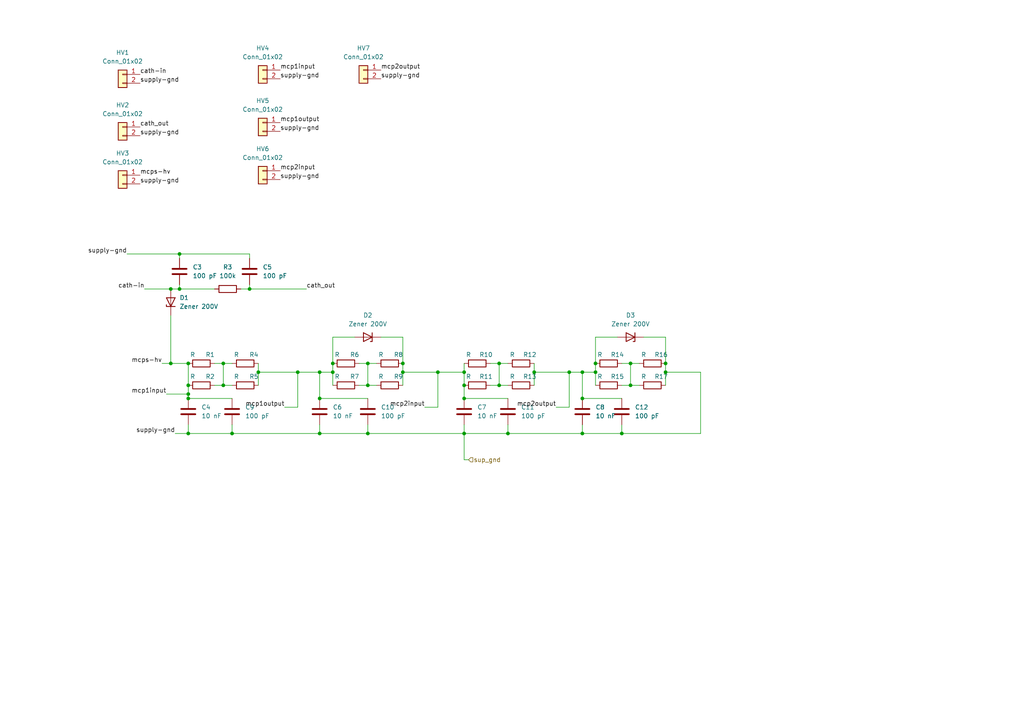
<source format=kicad_sch>
(kicad_sch (version 20211123) (generator eeschema)
  (paper "A4")
  (lib_symbols
    (symbol "Connector_Generic:Conn_01x02" (pin_names (offset 1.016) hide)
      (property "Reference" "J" (at 0 2.54 0))
      (property "Value" "Conn_01x02" (at 0 -5.08 0))
      (symbol "Conn_01x02_1_1"
        (rectangle (start -1.27 -2.413) (end 0 -2.667) (stroke (width 0.1524)))
        (rectangle (start -1.27 0.127) (end 0 -0.127) (stroke (width 0.1524)))
        (rectangle (start -1.27 1.27) (end 1.27 -3.81) (stroke (width 0.254)) (fill (type background)))
        (pin passive line (at -5.08 0 0) (length 3.81) (name "Pin_1") (number "1"))
        (pin passive line (at -5.08 -2.54 0) (length 3.81) (name "Pin_2") (number "2"))
      )
    )
    (symbol "Device:C" (pin_numbers hide) (pin_names (offset 0.254))
      (property "Reference" "C" (at 0.635 2.54 0))
      (property "Value" "C" (at 0.635 -2.54 0))
      (symbol "C_0_1"
        (polyline (pts (xy -2.032 -0.762) (xy 2.032 -0.762)) (stroke (width 0.508)))
        (polyline (pts (xy -2.032 0.762) (xy 2.032 0.762)) (stroke (width 0.508)))
      )
      (symbol "C_1_1"
        (pin passive line (at 0 3.81 270) (length 2.794) (name "~") (number "1"))
        (pin passive line (at 0 -3.81 90) (length 2.794) (name "~") (number "2"))
      )
    )
    (symbol "Device:D_Zener" (pin_numbers hide) (pin_names (offset 1.016) hide)
      (property "Reference" "D" (at 0 2.54 0))
      (property "Value" "D_Zener" (at 0 -2.54 0))
      (symbol "D_Zener_0_1"
        (polyline (pts (xy 1.27 0) (xy -1.27 0)))
        (polyline (pts (xy -1.27 -1.27) (xy -1.27 1.27) (xy -0.762 1.27)) (stroke (width 0.254)))
        (polyline (pts (xy 1.27 -1.27) (xy 1.27 1.27) (xy -1.27 0) (xy 1.27 -1.27)) (stroke (width 0.254)))
      )
      (symbol "D_Zener_1_1"
        (pin passive line (at -3.81 0 0) (length 2.54) (name "K") (number "1"))
        (pin passive line (at 3.81 0 180) (length 2.54) (name "A") (number "2"))
      )
    )
    (symbol "Device:R" (pin_numbers hide) (pin_names (offset 0))
      (property "Reference" "R" (at 2.032 0 90))
      (property "Value" "R" (at 0 0 90))
      (symbol "R_0_1"
        (rectangle (start -1.016 -2.54) (end 1.016 2.54) (stroke (width 0.254)))
      )
      (symbol "R_1_1"
        (pin passive line (at 0 3.81 270) (length 1.27) (name "~") (number "1"))
        (pin passive line (at 0 -3.81 90) (length 1.27) (name "~") (number "2"))
      )
    )
  )
  (junction (at 180.34 125.73))
  (junction (at 72.39 83.82))
  (junction (at 168.91 125.73))
  (junction (at 92.71 115.57))
  (junction (at 134.62 115.57))
  (junction (at 144.78 111.76))
  (junction (at 193.04 105.41))
  (junction (at 67.31 125.73))
  (junction (at 52.07 73.66))
  (junction (at 144.78 105.41))
  (junction (at 49.53 105.41))
  (junction (at 165.1 107.95))
  (junction (at 74.93 107.95))
  (junction (at 54.61 115.57))
  (junction (at 54.61 105.41))
  (junction (at 154.94 107.95))
  (junction (at 106.68 105.41))
  (junction (at 64.77 105.41))
  (junction (at 147.32 125.73))
  (junction (at 92.71 107.95))
  (junction (at 106.68 125.73))
  (junction (at 134.62 111.76))
  (junction (at 134.62 125.73))
  (junction (at 49.53 83.82))
  (junction (at 116.84 107.95))
  (junction (at 182.88 105.41))
  (junction (at 168.91 115.57))
  (junction (at 193.04 107.95))
  (junction (at 96.52 105.41))
  (junction (at 86.36 107.95))
  (junction (at 134.62 107.95))
  (junction (at 96.52 107.95))
  (junction (at 54.61 111.76))
  (junction (at 54.61 114.3))
  (junction (at 172.72 107.95))
  (junction (at 92.71 125.73))
  (junction (at 127 107.95))
  (junction (at 106.68 111.76))
  (junction (at 182.88 111.76))
  (junction (at 172.72 105.41))
  (junction (at 64.77 111.76))
  (junction (at 54.61 125.73))
  (junction (at 116.84 105.41))
  (junction (at 52.07 83.82))
  (junction (at 168.91 107.95))
  (wire (pts (xy 154.94 107.95) (xy 165.1 107.95)))
  (wire (pts (xy 74.93 107.95) (xy 74.93 111.76)))
  (wire (pts (xy 186.69 97.79) (xy 193.04 97.79)))
  (wire (pts (xy 193.04 107.95) (xy 193.04 111.76)))
  (wire (pts (xy 144.78 111.76) (xy 147.32 111.76)))
  (wire (pts (xy 134.62 125.73) (xy 134.62 133.35)))
  (wire (pts (xy 64.77 105.41) (xy 67.31 105.41)))
  (wire (pts (xy 106.68 123.19) (xy 106.68 125.73)))
  (wire (pts (xy 106.68 105.41) (xy 106.68 111.76)))
  (wire (pts (xy 41.91 83.82) (xy 49.53 83.82)))
  (wire (pts (xy 62.23 105.41) (xy 64.77 105.41)))
  (wire (pts (xy 50.8 125.73) (xy 54.61 125.73)))
  (wire (pts (xy 182.88 105.41) (xy 185.42 105.41)))
  (wire (pts (xy 144.78 105.41) (xy 147.32 105.41)))
  (wire (pts (xy 116.84 97.79) (xy 116.84 105.41)))
  (wire (pts (xy 147.32 125.73) (xy 134.62 125.73)))
  (wire (pts (xy 96.52 105.41) (xy 96.52 97.79)))
  (wire (pts (xy 142.24 105.41) (xy 144.78 105.41)))
  (wire (pts (xy 116.84 107.95) (xy 127 107.95)))
  (wire (pts (xy 64.77 111.76) (xy 67.31 111.76)))
  (wire (pts (xy 134.62 111.76) (xy 134.62 115.57)))
  (wire (pts (xy 180.34 105.41) (xy 182.88 105.41)))
  (wire (pts (xy 172.72 107.95) (xy 172.72 111.76)))
  (wire (pts (xy 54.61 125.73) (xy 54.61 123.19)))
  (wire (pts (xy 134.62 125.73) (xy 134.62 123.19)))
  (wire (pts (xy 193.04 97.79) (xy 193.04 105.41)))
  (wire (pts (xy 96.52 97.79) (xy 102.87 97.79)))
  (wire (pts (xy 52.07 83.82) (xy 62.23 83.82)))
  (wire (pts (xy 172.72 105.41) (xy 172.72 107.95)))
  (wire (pts (xy 168.91 123.19) (xy 168.91 125.73)))
  (wire (pts (xy 54.61 114.3) (xy 54.61 115.57)))
  (wire (pts (xy 172.72 97.79) (xy 179.07 97.79)))
  (wire (pts (xy 54.61 111.76) (xy 54.61 114.3)))
  (wire (pts (xy 46.99 105.41) (xy 49.53 105.41)))
  (wire (pts (xy 182.88 111.76) (xy 185.42 111.76)))
  (wire (pts (xy 180.34 125.73) (xy 168.91 125.73)))
  (wire (pts (xy 116.84 107.95) (xy 116.84 111.76)))
  (wire (pts (xy 104.14 105.41) (xy 106.68 105.41)))
  (wire (pts (xy 69.85 83.82) (xy 72.39 83.82)))
  (wire (pts (xy 182.88 105.41) (xy 182.88 111.76)))
  (wire (pts (xy 180.34 123.19) (xy 180.34 125.73)))
  (wire (pts (xy 180.34 111.76) (xy 182.88 111.76)))
  (wire (pts (xy 172.72 105.41) (xy 172.72 97.79)))
  (wire (pts (xy 106.68 125.73) (xy 134.62 125.73)))
  (wire (pts (xy 49.53 83.82) (xy 52.07 83.82)))
  (wire (pts (xy 74.93 105.41) (xy 74.93 107.95)))
  (wire (pts (xy 72.39 73.66) (xy 52.07 73.66)))
  (wire (pts (xy 54.61 105.41) (xy 54.61 111.76)))
  (wire (pts (xy 96.52 105.41) (xy 96.52 107.95)))
  (wire (pts (xy 92.71 115.57) (xy 106.68 115.57)))
  (wire (pts (xy 134.62 133.35) (xy 135.89 133.35)))
  (wire (pts (xy 168.91 125.73) (xy 147.32 125.73)))
  (wire (pts (xy 72.39 83.82) (xy 88.9 83.82)))
  (wire (pts (xy 96.52 107.95) (xy 96.52 111.76)))
  (wire (pts (xy 54.61 125.73) (xy 67.31 125.73)))
  (wire (pts (xy 203.2 107.95) (xy 203.2 125.73)))
  (wire (pts (xy 49.53 105.41) (xy 54.61 105.41)))
  (wire (pts (xy 147.32 123.19) (xy 147.32 125.73)))
  (wire (pts (xy 72.39 74.93) (xy 72.39 73.66)))
  (wire (pts (xy 62.23 111.76) (xy 64.77 111.76)))
  (wire (pts (xy 134.62 115.57) (xy 147.32 115.57)))
  (wire (pts (xy 54.61 115.57) (xy 67.31 115.57)))
  (wire (pts (xy 36.83 73.66) (xy 52.07 73.66)))
  (wire (pts (xy 92.71 107.95) (xy 96.52 107.95)))
  (wire (pts (xy 86.36 107.95) (xy 92.71 107.95)))
  (wire (pts (xy 67.31 125.73) (xy 92.71 125.73)))
  (wire (pts (xy 127 107.95) (xy 127 118.11)))
  (wire (pts (xy 64.77 105.41) (xy 64.77 111.76)))
  (wire (pts (xy 72.39 82.55) (xy 72.39 83.82)))
  (wire (pts (xy 168.91 107.95) (xy 172.72 107.95)))
  (wire (pts (xy 127 107.95) (xy 134.62 107.95)))
  (wire (pts (xy 104.14 111.76) (xy 106.68 111.76)))
  (wire (pts (xy 123.19 118.11) (xy 127 118.11)))
  (wire (pts (xy 116.84 105.41) (xy 116.84 107.95)))
  (wire (pts (xy 165.1 118.11) (xy 165.1 107.95)))
  (wire (pts (xy 154.94 105.41) (xy 154.94 107.95)))
  (wire (pts (xy 165.1 107.95) (xy 168.91 107.95)))
  (wire (pts (xy 154.94 107.95) (xy 154.94 111.76)))
  (wire (pts (xy 106.68 105.41) (xy 109.22 105.41)))
  (wire (pts (xy 168.91 115.57) (xy 168.91 107.95)))
  (wire (pts (xy 142.24 111.76) (xy 144.78 111.76)))
  (wire (pts (xy 48.26 114.3) (xy 54.61 114.3)))
  (wire (pts (xy 144.78 105.41) (xy 144.78 111.76)))
  (wire (pts (xy 106.68 111.76) (xy 109.22 111.76)))
  (wire (pts (xy 67.31 123.19) (xy 67.31 125.73)))
  (wire (pts (xy 82.55 118.11) (xy 86.36 118.11)))
  (wire (pts (xy 134.62 107.95) (xy 134.62 111.76)))
  (wire (pts (xy 110.49 97.79) (xy 116.84 97.79)))
  (wire (pts (xy 74.93 107.95) (xy 86.36 107.95)))
  (wire (pts (xy 92.71 123.19) (xy 92.71 125.73)))
  (wire (pts (xy 52.07 82.55) (xy 52.07 83.82)))
  (wire (pts (xy 86.36 107.95) (xy 86.36 118.11)))
  (wire (pts (xy 168.91 115.57) (xy 180.34 115.57)))
  (wire (pts (xy 92.71 107.95) (xy 92.71 115.57)))
  (wire (pts (xy 49.53 91.44) (xy 49.53 105.41)))
  (wire (pts (xy 203.2 125.73) (xy 180.34 125.73)))
  (wire (pts (xy 193.04 107.95) (xy 203.2 107.95)))
  (wire (pts (xy 92.71 125.73) (xy 106.68 125.73)))
  (wire (pts (xy 52.07 74.93) (xy 52.07 73.66)))
  (wire (pts (xy 134.62 105.41) (xy 134.62 107.95)))
  (wire (pts (xy 193.04 105.41) (xy 193.04 107.95)))
  (wire (pts (xy 161.29 118.11) (xy 165.1 118.11)))
  (label "supply-gnd" (at 110.49 22.86 0))
  (label "mcps-hv" (at 46.99 105.41 180))
  (label "cath-in" (at 40.64 21.59 0))
  (label "mcps-hv" (at 40.64 50.8 0))
  (label "supply-gnd" (at 40.64 24.13 0))
  (label "supply-gnd" (at 40.64 53.34 0))
  (label "supply-gnd" (at 81.28 38.1 0))
  (label "mcp2input" (at 123.19 118.11 180))
  (label "cath-in" (at 41.91 83.82 180))
  (label "mcp1output" (at 81.28 35.56 0))
  (label "cath_out" (at 40.64 36.83 0))
  (label "supply-gnd" (at 50.8 125.73 180))
  (label "supply-gnd" (at 36.83 73.66 180))
  (label "mcp2input" (at 81.28 49.53 0))
  (label "cath_out" (at 88.9 83.82 0))
  (label "supply-gnd" (at 40.64 39.37 0))
  (label "supply-gnd" (at 81.28 52.07 0))
  (label "supply-gnd" (at 81.28 22.86 0))
  (label "mcp2output" (at 161.29 118.11 180))
  (label "mcp1input" (at 81.28 20.32 0))
  (label "mcp2output" (at 110.49 20.32 0))
  (label "mcp1input" (at 48.26 114.3 180))
  (label "mcp1output" (at 82.55 118.11 180))
  (hierarchical_label "sup_gnd" (shape input) (at 135.89 133.35 0))
  (symbol (lib_id "Device:C") (at 54.61 119.38 180) (unit 1)
    (property "Reference" "C4" (at 58.42 118.1099 0) (effects (justify right)))
    (property "Value" "10 nF" (at 58.42 120.6499 0) (effects (justify right)))
    (property "Footprint" "Capacitor_SMD:C_2220_5650Metric_Pad1.97x5.40mm_HandSolder" (effects hide))
  )
  (symbol (lib_id "Connector_Generic:Conn_01x02") (at 76.2 49.53 0) (mirror y) (unit 1)
    (property "Reference" "HV6" (at 76.2 43.18 0))
    (property "Value" "Conn_01x02" (at 76.2 45.72 0))
    (property "Footprint" "stripline-anode-footprints:SHV_cable_interface" (effects hide))
  )
  (symbol (lib_id "Connector_Generic:Conn_01x02") (at 35.56 50.8 0) (mirror y) (unit 1)
    (property "Reference" "HV3" (at 35.56 44.45 0))
    (property "Value" "Conn_01x02" (at 35.56 46.99 0))
    (property "Footprint" "stripline-anode-footprints:SHV_cable_interface" (effects hide))
  )
  (symbol (lib_id "Device:D_Zener") (at 49.53 87.63 90) (unit 1)
    (property "Reference" "D1" (at 52.07 86.3599 90) (effects (justify right)))
    (property "Value" "Zener 200V" (at 52.07 88.8999 90) (effects (justify right)))
    (property "Footprint" "Diode_SMD:D_SOD-123" (effects hide))
  )
  (symbol (lib_id "Device:R") (at 189.23 111.76 90) (unit 1)
    (property "Reference" "R17" (at 191.77 109.22 90))
    (property "Value" "R" (at 186.69 109.22 90))
    (property "Footprint" "Resistor_SMD:R_2512_6332Metric_Pad1.40x3.35mm_HandSolder" (effects hide))
  )
  (symbol (lib_id "Connector_Generic:Conn_01x02") (at 76.2 35.56 0) (mirror y) (unit 1)
    (property "Reference" "HV5" (at 76.2 29.21 0))
    (property "Value" "Conn_01x02" (at 76.2 31.75 0))
    (property "Footprint" "stripline-anode-footprints:SHV_cable_interface" (effects hide))
  )
  (symbol (lib_id "Device:R") (at 58.42 111.76 90) (unit 1)
    (property "Reference" "R2" (at 60.96 109.22 90))
    (property "Value" "R" (at 55.88 109.22 90))
    (property "Footprint" "Resistor_SMD:R_2512_6332Metric_Pad1.40x3.35mm_HandSolder" (effects hide))
  )
  (symbol (lib_id "Connector_Generic:Conn_01x02") (at 76.2 20.32 0) (mirror y) (unit 1)
    (property "Reference" "HV4" (at 76.2 13.97 0))
    (property "Value" "Conn_01x02" (at 76.2 16.51 0))
    (property "Footprint" "stripline-anode-footprints:SHV_cable_interface" (effects hide))
  )
  (symbol (lib_id "Device:R") (at 189.23 105.41 90) (unit 1)
    (property "Reference" "R16" (at 191.77 102.87 90))
    (property "Value" "R" (at 186.69 102.87 90))
    (property "Footprint" "Resistor_SMD:R_2512_6332Metric_Pad1.40x3.35mm_HandSolder" (effects hide))
  )
  (symbol (lib_id "Device:C") (at 67.31 119.38 0) (unit 1)
    (property "Reference" "C9" (at 71.12 118.1099 0) (effects (justify left)))
    (property "Value" "100 pF" (at 71.12 120.6499 0) (effects (justify left)))
    (property "Footprint" "Capacitor_SMD:C_1812_4532Metric_Pad1.57x3.40mm_HandSolder" (effects hide))
  )
  (symbol (lib_id "Device:R") (at 71.12 105.41 90) (unit 1)
    (property "Reference" "R4" (at 73.66 102.87 90))
    (property "Value" "R" (at 68.58 102.87 90))
    (property "Footprint" "Resistor_SMD:R_2512_6332Metric_Pad1.40x3.35mm_HandSolder" (effects hide))
  )
  (symbol (lib_id "Device:C") (at 180.34 119.38 0) (unit 1)
    (property "Reference" "C12" (at 184.15 118.1099 0) (effects (justify left)))
    (property "Value" "100 pF" (at 184.15 120.6499 0) (effects (justify left)))
    (property "Footprint" "Capacitor_SMD:C_1812_4532Metric_Pad1.57x3.40mm_HandSolder" (effects hide))
  )
  (symbol (lib_id "Device:D_Zener") (at 106.68 97.79 180) (unit 1)
    (property "Reference" "D2" (at 106.68 91.44 0))
    (property "Value" "Zener 200V" (at 106.68 93.98 0))
    (property "Footprint" "Diode_SMD:D_SOD-123" (effects hide))
  )
  (symbol (lib_id "Device:C") (at 106.68 119.38 0) (unit 1)
    (property "Reference" "C10" (at 110.49 118.1099 0) (effects (justify left)))
    (property "Value" "100 pF" (at 110.49 120.6499 0) (effects (justify left)))
    (property "Footprint" "Capacitor_SMD:C_1812_4532Metric_Pad1.57x3.40mm_HandSolder" (effects hide))
  )
  (symbol (lib_id "Device:R") (at 176.53 105.41 90) (unit 1)
    (property "Reference" "R14" (at 179.07 102.87 90))
    (property "Value" "R" (at 173.99 102.87 90))
    (property "Footprint" "Resistor_SMD:R_2512_6332Metric_Pad1.40x3.35mm_HandSolder" (effects hide))
  )
  (symbol (lib_id "Device:R") (at 100.33 105.41 90) (unit 1)
    (property "Reference" "R6" (at 102.87 102.87 90))
    (property "Value" "R" (at 97.79 102.87 90))
    (property "Footprint" "Resistor_SMD:R_2512_6332Metric_Pad1.40x3.35mm_HandSolder" (effects hide))
  )
  (symbol (lib_id "Device:R") (at 151.13 111.76 90) (unit 1)
    (property "Reference" "R13" (at 153.67 109.22 90))
    (property "Value" "R" (at 148.59 109.22 90))
    (property "Footprint" "Resistor_SMD:R_2512_6332Metric_Pad1.40x3.35mm_HandSolder" (effects hide))
  )
  (symbol (lib_id "Device:R") (at 176.53 111.76 90) (unit 1)
    (property "Reference" "R15" (at 179.07 109.22 90))
    (property "Value" "R" (at 173.99 109.22 90))
    (property "Footprint" "Resistor_SMD:R_2512_6332Metric_Pad1.40x3.35mm_HandSolder" (effects hide))
  )
  (symbol (lib_id "Device:R") (at 113.03 105.41 90) (unit 1)
    (property "Reference" "R8" (at 115.57 102.87 90))
    (property "Value" "R" (at 110.49 102.87 90))
    (property "Footprint" "Resistor_SMD:R_2512_6332Metric_Pad1.40x3.35mm_HandSolder" (effects hide))
  )
  (symbol (lib_id "Device:R") (at 138.43 105.41 90) (unit 1)
    (property "Reference" "R10" (at 140.97 102.87 90))
    (property "Value" "R" (at 135.89 102.87 90))
    (property "Footprint" "Resistor_SMD:R_2512_6332Metric_Pad1.40x3.35mm_HandSolder" (effects hide))
  )
  (symbol (lib_id "Device:C") (at 147.32 119.38 0) (unit 1)
    (property "Reference" "C11" (at 151.13 118.1099 0) (effects (justify left)))
    (property "Value" "100 pF" (at 151.13 120.6499 0) (effects (justify left)))
    (property "Footprint" "Capacitor_SMD:C_1812_4532Metric_Pad1.57x3.40mm_HandSolder" (effects hide))
  )
  (symbol (lib_id "Device:R") (at 71.12 111.76 90) (unit 1)
    (property "Reference" "R5" (at 73.66 109.22 90))
    (property "Value" "R" (at 68.58 109.22 90))
    (property "Footprint" "Resistor_SMD:R_2512_6332Metric_Pad1.40x3.35mm_HandSolder" (effects hide))
  )
  (symbol (lib_id "Device:C") (at 134.62 119.38 180) (unit 1)
    (property "Reference" "C7" (at 138.43 118.1099 0) (effects (justify right)))
    (property "Value" "10 nF" (at 138.43 120.6499 0) (effects (justify right)))
    (property "Footprint" "Capacitor_SMD:C_2220_5650Metric_Pad1.97x5.40mm_HandSolder" (effects hide))
  )
  (symbol (lib_id "Device:R") (at 151.13 105.41 90) (unit 1)
    (property "Reference" "R12" (at 153.67 102.87 90))
    (property "Value" "R" (at 148.59 102.87 90))
    (property "Footprint" "Resistor_SMD:R_2512_6332Metric_Pad1.40x3.35mm_HandSolder" (effects hide))
  )
  (symbol (lib_id "Device:C") (at 52.07 78.74 0) (unit 1)
    (property "Reference" "C3" (at 55.88 77.4699 0) (effects (justify left)))
    (property "Value" "100 pF" (at 55.88 80.0099 0) (effects (justify left)))
    (property "Footprint" "Capacitor_SMD:C_1812_4532Metric_Pad1.57x3.40mm_HandSolder" (effects hide))
  )
  (symbol (lib_id "Device:R") (at 138.43 111.76 90) (unit 1)
    (property "Reference" "R11" (at 140.97 109.22 90))
    (property "Value" "R" (at 135.89 109.22 90))
    (property "Footprint" "Resistor_SMD:R_2512_6332Metric_Pad1.40x3.35mm_HandSolder" (effects hide))
  )
  (symbol (lib_id "Device:C") (at 72.39 78.74 0) (unit 1)
    (property "Reference" "C5" (at 76.2 77.4699 0) (effects (justify left)))
    (property "Value" "100 pF" (at 76.2 80.0099 0) (effects (justify left)))
    (property "Footprint" "Capacitor_SMD:C_1812_4532Metric_Pad1.57x3.40mm_HandSolder" (effects hide))
  )
  (symbol (lib_id "Device:R") (at 100.33 111.76 90) (unit 1)
    (property "Reference" "R7" (at 102.87 109.22 90))
    (property "Value" "R" (at 97.79 109.22 90))
    (property "Footprint" "Resistor_SMD:R_2512_6332Metric_Pad1.40x3.35mm_HandSolder" (effects hide))
  )
  (symbol (lib_id "Device:C") (at 92.71 119.38 180) (unit 1)
    (property "Reference" "C6" (at 96.52 118.1099 0) (effects (justify right)))
    (property "Value" "10 nF" (at 96.52 120.6499 0) (effects (justify right)))
    (property "Footprint" "Capacitor_SMD:C_2220_5650Metric_Pad1.97x5.40mm_HandSolder" (effects hide))
  )
  (symbol (lib_id "Connector_Generic:Conn_01x02") (at 35.56 36.83 0) (mirror y) (unit 1)
    (property "Reference" "HV2" (at 35.56 30.48 0))
    (property "Value" "Conn_01x02" (at 35.56 33.02 0))
    (property "Footprint" "stripline-anode-footprints:SHV_cable_interface" (effects hide))
  )
  (symbol (lib_id "Device:R") (at 66.04 83.82 90) (unit 1)
    (property "Reference" "R3" (at 66.04 77.47 90))
    (property "Value" "100k" (at 66.04 80.01 90))
    (property "Footprint" "Resistor_SMD:R_2512_6332Metric_Pad1.40x3.35mm_HandSolder" (effects hide))
  )
  (symbol (lib_id "Device:D_Zener") (at 182.88 97.79 180) (unit 1)
    (property "Reference" "D3" (at 182.88 91.44 0))
    (property "Value" "Zener 200V" (at 182.88 93.98 0))
    (property "Footprint" "Diode_SMD:D_SOD-123" (effects hide))
  )
  (symbol (lib_id "Connector_Generic:Conn_01x02") (at 105.41 20.32 0) (mirror y) (unit 1)
    (property "Reference" "HV7" (at 105.41 13.97 0))
    (property "Value" "Conn_01x02" (at 105.41 16.51 0))
    (property "Footprint" "stripline-anode-footprints:SHV_cable_interface" (effects hide))
  )
  (symbol (lib_id "Device:R") (at 113.03 111.76 90) (unit 1)
    (property "Reference" "R9" (at 115.57 109.22 90))
    (property "Value" "R" (at 110.49 109.22 90))
    (property "Footprint" "Resistor_SMD:R_2512_6332Metric_Pad1.40x3.35mm_HandSolder" (effects hide))
  )
  (symbol (lib_id "Device:R") (at 58.42 105.41 90) (unit 1)
    (property "Reference" "R1" (at 60.96 102.87 90))
    (property "Value" "R" (at 55.88 102.87 90))
    (property "Footprint" "Resistor_SMD:R_2512_6332Metric_Pad1.40x3.35mm_HandSolder" (effects hide))
  )
  (symbol (lib_id "Connector_Generic:Conn_01x02") (at 35.56 21.59 0) (mirror y) (unit 1)
    (property "Reference" "HV1" (at 35.56 15.24 0))
    (property "Value" "Conn_01x02" (at 35.56 17.78 0))
    (property "Footprint" "stripline-anode-footprints:SHV_cable_interface" (effects hide))
  )
  (symbol (lib_id "Device:C") (at 168.91 119.38 180) (unit 1)
    (property "Reference" "C8" (at 172.72 118.1099 0) (effects (justify right)))
    (property "Value" "10 nF" (at 172.72 120.6499 0) (effects (justify right)))
    (property "Footprint" "Capacitor_SMD:C_2220_5650Metric_Pad1.97x5.40mm_HandSolder" (effects hide))
  )
)
</source>
